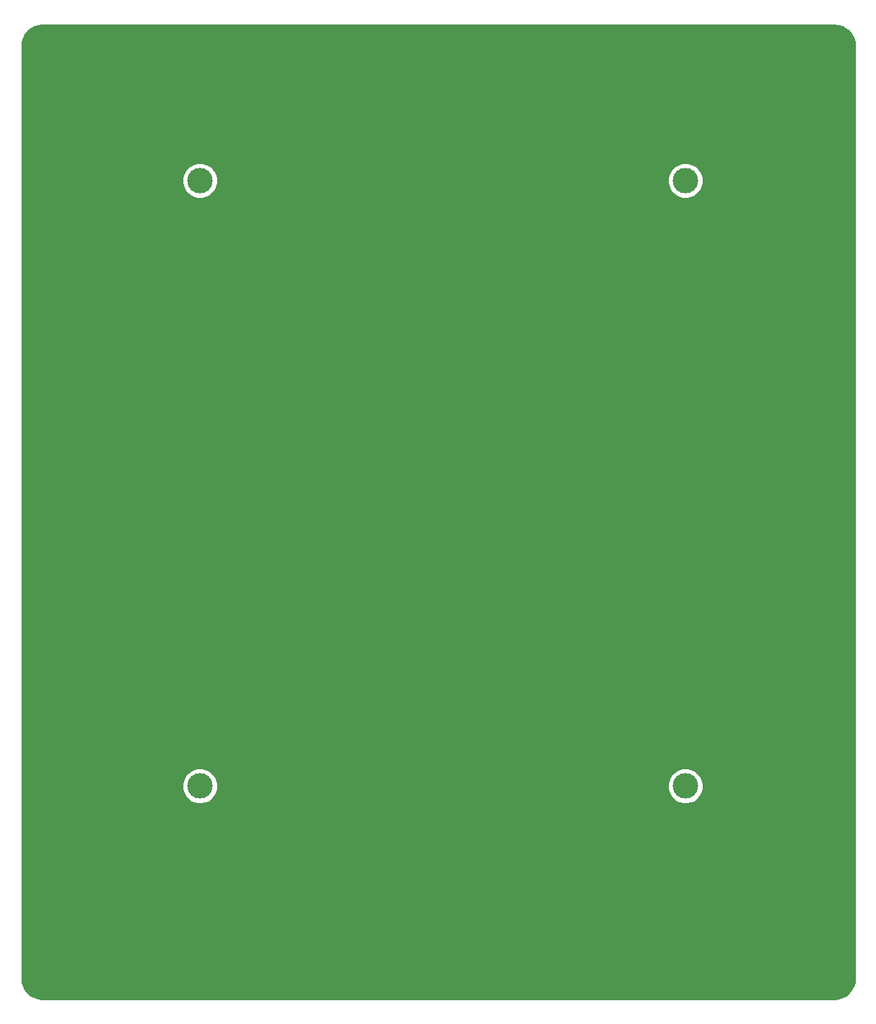
<source format=gtl>
G04 #@! TF.GenerationSoftware,KiCad,Pcbnew,5.1.6-c6e7f7d~87~ubuntu18.04.1*
G04 #@! TF.CreationDate,2020-08-05T15:47:38+02:00*
G04 #@! TF.ProjectId,backplate,6261636b-706c-4617-9465-2e6b69636164,rev?*
G04 #@! TF.SameCoordinates,Original*
G04 #@! TF.FileFunction,Copper,L1,Top*
G04 #@! TF.FilePolarity,Positive*
%FSLAX46Y46*%
G04 Gerber Fmt 4.6, Leading zero omitted, Abs format (unit mm)*
G04 Created by KiCad (PCBNEW 5.1.6-c6e7f7d~87~ubuntu18.04.1) date 2020-08-05 15:47:38*
%MOMM*%
%LPD*%
G01*
G04 APERTURE LIST*
G04 #@! TA.AperFunction,ComponentPad*
%ADD10C,3.000000*%
G04 #@! TD*
G04 #@! TA.AperFunction,NonConductor*
%ADD11C,0.254000*%
G04 #@! TD*
G04 APERTURE END LIST*
D10*
G04 #@! TO.P,REF\u002A\u002A,1*
G04 #@! TO.N,N/C*
X101854000Y-133350000D03*
G04 #@! TD*
G04 #@! TO.P,REF\u002A\u002A,1*
G04 #@! TO.N,N/C*
X159004000Y-133350000D03*
G04 #@! TD*
G04 #@! TO.P,REF\u002A\u002A,1*
G04 #@! TO.N,N/C*
X101854000Y-62103000D03*
G04 #@! TD*
G04 #@! TO.P,REF\u002A\u002A,1*
G04 #@! TO.N,N/C*
X159004000Y-62103000D03*
G04 #@! TD*
D11*
G36*
X176994779Y-43880699D02*
G01*
X177441851Y-44015678D01*
X177854197Y-44234926D01*
X178216099Y-44530086D01*
X178513782Y-44889922D01*
X178735901Y-45300723D01*
X178874000Y-45746848D01*
X178926000Y-46241593D01*
X178926001Y-155924104D01*
X178877301Y-156420779D01*
X178742322Y-156867851D01*
X178523073Y-157280199D01*
X178227915Y-157642098D01*
X177868075Y-157939784D01*
X177457277Y-158161901D01*
X177011152Y-158300000D01*
X176516407Y-158352000D01*
X83343886Y-158352000D01*
X82847221Y-158303301D01*
X82400149Y-158168322D01*
X81987801Y-157949073D01*
X81625902Y-157653915D01*
X81328216Y-157294075D01*
X81106099Y-156883277D01*
X80968000Y-156437152D01*
X80916000Y-155942407D01*
X80916000Y-133140509D01*
X99727000Y-133140509D01*
X99727000Y-133559491D01*
X99808739Y-133970423D01*
X99969077Y-134357512D01*
X100201851Y-134705884D01*
X100498116Y-135002149D01*
X100846488Y-135234923D01*
X101233577Y-135395261D01*
X101644509Y-135477000D01*
X102063491Y-135477000D01*
X102474423Y-135395261D01*
X102861512Y-135234923D01*
X103209884Y-135002149D01*
X103506149Y-134705884D01*
X103738923Y-134357512D01*
X103899261Y-133970423D01*
X103981000Y-133559491D01*
X103981000Y-133140509D01*
X156877000Y-133140509D01*
X156877000Y-133559491D01*
X156958739Y-133970423D01*
X157119077Y-134357512D01*
X157351851Y-134705884D01*
X157648116Y-135002149D01*
X157996488Y-135234923D01*
X158383577Y-135395261D01*
X158794509Y-135477000D01*
X159213491Y-135477000D01*
X159624423Y-135395261D01*
X160011512Y-135234923D01*
X160359884Y-135002149D01*
X160656149Y-134705884D01*
X160888923Y-134357512D01*
X161049261Y-133970423D01*
X161131000Y-133559491D01*
X161131000Y-133140509D01*
X161049261Y-132729577D01*
X160888923Y-132342488D01*
X160656149Y-131994116D01*
X160359884Y-131697851D01*
X160011512Y-131465077D01*
X159624423Y-131304739D01*
X159213491Y-131223000D01*
X158794509Y-131223000D01*
X158383577Y-131304739D01*
X157996488Y-131465077D01*
X157648116Y-131697851D01*
X157351851Y-131994116D01*
X157119077Y-132342488D01*
X156958739Y-132729577D01*
X156877000Y-133140509D01*
X103981000Y-133140509D01*
X103899261Y-132729577D01*
X103738923Y-132342488D01*
X103506149Y-131994116D01*
X103209884Y-131697851D01*
X102861512Y-131465077D01*
X102474423Y-131304739D01*
X102063491Y-131223000D01*
X101644509Y-131223000D01*
X101233577Y-131304739D01*
X100846488Y-131465077D01*
X100498116Y-131697851D01*
X100201851Y-131994116D01*
X99969077Y-132342488D01*
X99808739Y-132729577D01*
X99727000Y-133140509D01*
X80916000Y-133140509D01*
X80916000Y-61893509D01*
X99727000Y-61893509D01*
X99727000Y-62312491D01*
X99808739Y-62723423D01*
X99969077Y-63110512D01*
X100201851Y-63458884D01*
X100498116Y-63755149D01*
X100846488Y-63987923D01*
X101233577Y-64148261D01*
X101644509Y-64230000D01*
X102063491Y-64230000D01*
X102474423Y-64148261D01*
X102861512Y-63987923D01*
X103209884Y-63755149D01*
X103506149Y-63458884D01*
X103738923Y-63110512D01*
X103899261Y-62723423D01*
X103981000Y-62312491D01*
X103981000Y-61893509D01*
X156877000Y-61893509D01*
X156877000Y-62312491D01*
X156958739Y-62723423D01*
X157119077Y-63110512D01*
X157351851Y-63458884D01*
X157648116Y-63755149D01*
X157996488Y-63987923D01*
X158383577Y-64148261D01*
X158794509Y-64230000D01*
X159213491Y-64230000D01*
X159624423Y-64148261D01*
X160011512Y-63987923D01*
X160359884Y-63755149D01*
X160656149Y-63458884D01*
X160888923Y-63110512D01*
X161049261Y-62723423D01*
X161131000Y-62312491D01*
X161131000Y-61893509D01*
X161049261Y-61482577D01*
X160888923Y-61095488D01*
X160656149Y-60747116D01*
X160359884Y-60450851D01*
X160011512Y-60218077D01*
X159624423Y-60057739D01*
X159213491Y-59976000D01*
X158794509Y-59976000D01*
X158383577Y-60057739D01*
X157996488Y-60218077D01*
X157648116Y-60450851D01*
X157351851Y-60747116D01*
X157119077Y-61095488D01*
X156958739Y-61482577D01*
X156877000Y-61893509D01*
X103981000Y-61893509D01*
X103899261Y-61482577D01*
X103738923Y-61095488D01*
X103506149Y-60747116D01*
X103209884Y-60450851D01*
X102861512Y-60218077D01*
X102474423Y-60057739D01*
X102063491Y-59976000D01*
X101644509Y-59976000D01*
X101233577Y-60057739D01*
X100846488Y-60218077D01*
X100498116Y-60450851D01*
X100201851Y-60747116D01*
X99969077Y-61095488D01*
X99808739Y-61482577D01*
X99727000Y-61893509D01*
X80916000Y-61893509D01*
X80916000Y-46259886D01*
X80964699Y-45763221D01*
X81099678Y-45316149D01*
X81318926Y-44903803D01*
X81614086Y-44541901D01*
X81973922Y-44244218D01*
X82384723Y-44022099D01*
X82830848Y-43884000D01*
X83325593Y-43832000D01*
X176498114Y-43832000D01*
X176994779Y-43880699D01*
G37*
X176994779Y-43880699D02*
X177441851Y-44015678D01*
X177854197Y-44234926D01*
X178216099Y-44530086D01*
X178513782Y-44889922D01*
X178735901Y-45300723D01*
X178874000Y-45746848D01*
X178926000Y-46241593D01*
X178926001Y-155924104D01*
X178877301Y-156420779D01*
X178742322Y-156867851D01*
X178523073Y-157280199D01*
X178227915Y-157642098D01*
X177868075Y-157939784D01*
X177457277Y-158161901D01*
X177011152Y-158300000D01*
X176516407Y-158352000D01*
X83343886Y-158352000D01*
X82847221Y-158303301D01*
X82400149Y-158168322D01*
X81987801Y-157949073D01*
X81625902Y-157653915D01*
X81328216Y-157294075D01*
X81106099Y-156883277D01*
X80968000Y-156437152D01*
X80916000Y-155942407D01*
X80916000Y-133140509D01*
X99727000Y-133140509D01*
X99727000Y-133559491D01*
X99808739Y-133970423D01*
X99969077Y-134357512D01*
X100201851Y-134705884D01*
X100498116Y-135002149D01*
X100846488Y-135234923D01*
X101233577Y-135395261D01*
X101644509Y-135477000D01*
X102063491Y-135477000D01*
X102474423Y-135395261D01*
X102861512Y-135234923D01*
X103209884Y-135002149D01*
X103506149Y-134705884D01*
X103738923Y-134357512D01*
X103899261Y-133970423D01*
X103981000Y-133559491D01*
X103981000Y-133140509D01*
X156877000Y-133140509D01*
X156877000Y-133559491D01*
X156958739Y-133970423D01*
X157119077Y-134357512D01*
X157351851Y-134705884D01*
X157648116Y-135002149D01*
X157996488Y-135234923D01*
X158383577Y-135395261D01*
X158794509Y-135477000D01*
X159213491Y-135477000D01*
X159624423Y-135395261D01*
X160011512Y-135234923D01*
X160359884Y-135002149D01*
X160656149Y-134705884D01*
X160888923Y-134357512D01*
X161049261Y-133970423D01*
X161131000Y-133559491D01*
X161131000Y-133140509D01*
X161049261Y-132729577D01*
X160888923Y-132342488D01*
X160656149Y-131994116D01*
X160359884Y-131697851D01*
X160011512Y-131465077D01*
X159624423Y-131304739D01*
X159213491Y-131223000D01*
X158794509Y-131223000D01*
X158383577Y-131304739D01*
X157996488Y-131465077D01*
X157648116Y-131697851D01*
X157351851Y-131994116D01*
X157119077Y-132342488D01*
X156958739Y-132729577D01*
X156877000Y-133140509D01*
X103981000Y-133140509D01*
X103899261Y-132729577D01*
X103738923Y-132342488D01*
X103506149Y-131994116D01*
X103209884Y-131697851D01*
X102861512Y-131465077D01*
X102474423Y-131304739D01*
X102063491Y-131223000D01*
X101644509Y-131223000D01*
X101233577Y-131304739D01*
X100846488Y-131465077D01*
X100498116Y-131697851D01*
X100201851Y-131994116D01*
X99969077Y-132342488D01*
X99808739Y-132729577D01*
X99727000Y-133140509D01*
X80916000Y-133140509D01*
X80916000Y-61893509D01*
X99727000Y-61893509D01*
X99727000Y-62312491D01*
X99808739Y-62723423D01*
X99969077Y-63110512D01*
X100201851Y-63458884D01*
X100498116Y-63755149D01*
X100846488Y-63987923D01*
X101233577Y-64148261D01*
X101644509Y-64230000D01*
X102063491Y-64230000D01*
X102474423Y-64148261D01*
X102861512Y-63987923D01*
X103209884Y-63755149D01*
X103506149Y-63458884D01*
X103738923Y-63110512D01*
X103899261Y-62723423D01*
X103981000Y-62312491D01*
X103981000Y-61893509D01*
X156877000Y-61893509D01*
X156877000Y-62312491D01*
X156958739Y-62723423D01*
X157119077Y-63110512D01*
X157351851Y-63458884D01*
X157648116Y-63755149D01*
X157996488Y-63987923D01*
X158383577Y-64148261D01*
X158794509Y-64230000D01*
X159213491Y-64230000D01*
X159624423Y-64148261D01*
X160011512Y-63987923D01*
X160359884Y-63755149D01*
X160656149Y-63458884D01*
X160888923Y-63110512D01*
X161049261Y-62723423D01*
X161131000Y-62312491D01*
X161131000Y-61893509D01*
X161049261Y-61482577D01*
X160888923Y-61095488D01*
X160656149Y-60747116D01*
X160359884Y-60450851D01*
X160011512Y-60218077D01*
X159624423Y-60057739D01*
X159213491Y-59976000D01*
X158794509Y-59976000D01*
X158383577Y-60057739D01*
X157996488Y-60218077D01*
X157648116Y-60450851D01*
X157351851Y-60747116D01*
X157119077Y-61095488D01*
X156958739Y-61482577D01*
X156877000Y-61893509D01*
X103981000Y-61893509D01*
X103899261Y-61482577D01*
X103738923Y-61095488D01*
X103506149Y-60747116D01*
X103209884Y-60450851D01*
X102861512Y-60218077D01*
X102474423Y-60057739D01*
X102063491Y-59976000D01*
X101644509Y-59976000D01*
X101233577Y-60057739D01*
X100846488Y-60218077D01*
X100498116Y-60450851D01*
X100201851Y-60747116D01*
X99969077Y-61095488D01*
X99808739Y-61482577D01*
X99727000Y-61893509D01*
X80916000Y-61893509D01*
X80916000Y-46259886D01*
X80964699Y-45763221D01*
X81099678Y-45316149D01*
X81318926Y-44903803D01*
X81614086Y-44541901D01*
X81973922Y-44244218D01*
X82384723Y-44022099D01*
X82830848Y-43884000D01*
X83325593Y-43832000D01*
X176498114Y-43832000D01*
X176994779Y-43880699D01*
M02*

</source>
